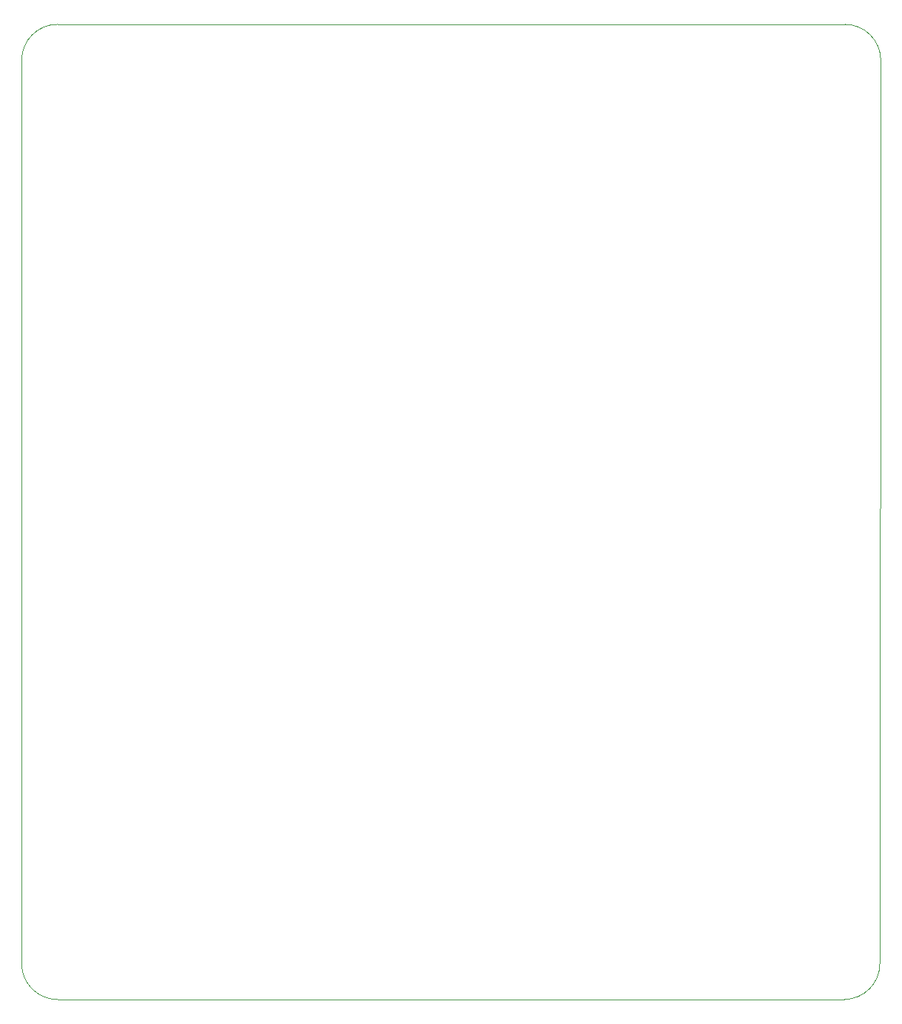
<source format=gbr>
%TF.GenerationSoftware,KiCad,Pcbnew,(6.0.2)*%
%TF.CreationDate,2022-03-05T17:59:28+01:00*%
%TF.ProjectId,Carte_Alim_V6_2022,43617274-655f-4416-9c69-6d5f56365f32,rev?*%
%TF.SameCoordinates,Original*%
%TF.FileFunction,Profile,NP*%
%FSLAX46Y46*%
G04 Gerber Fmt 4.6, Leading zero omitted, Abs format (unit mm)*
G04 Created by KiCad (PCBNEW (6.0.2)) date 2022-03-05 17:59:28*
%MOMM*%
%LPD*%
G01*
G04 APERTURE LIST*
%TA.AperFunction,Profile*%
%ADD10C,0.038100*%
%TD*%
G04 APERTURE END LIST*
D10*
X144601218Y-28000000D02*
G75*
G03*
X140500000Y-23900000I-4099999J1D01*
G01*
X50400000Y-23898782D02*
G75*
G03*
X46300000Y-28000000I-1J-4099999D01*
G01*
X46300001Y-131299999D02*
G75*
G03*
X50401219Y-135399999I4099999J-1D01*
G01*
X140399999Y-135399999D02*
G75*
G03*
X144499999Y-131298781I1J4099999D01*
G01*
X46300000Y-28000000D02*
X46300000Y-131299999D01*
X50401219Y-135399999D02*
X140399999Y-135400000D01*
X140500000Y-23900000D02*
X50400000Y-23898781D01*
X144499999Y-131298781D02*
X144601219Y-28000000D01*
M02*

</source>
